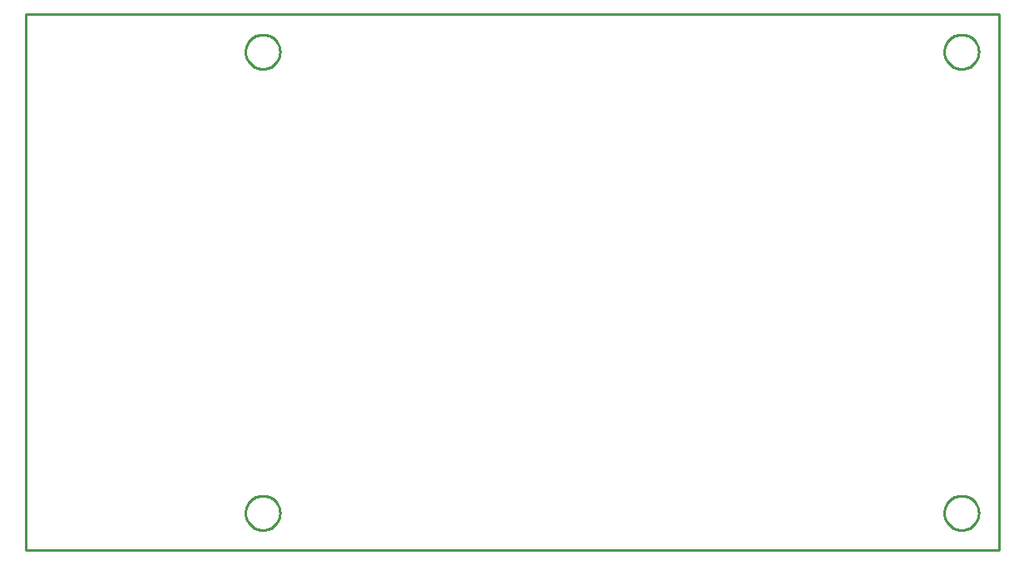
<source format=gko>
G04 EAGLE Gerber RS-274X export*
G75*
%MOMM*%
%FSLAX34Y34*%
%LPD*%
%INBoard Outline*%
%IPPOS*%
%AMOC8*
5,1,8,0,0,1.08239X$1,22.5*%
G01*
%ADD10C,0.152400*%
%ADD11C,0.000000*%
%ADD12C,0.254000*%


D10*
X0Y444500D02*
X0Y990600D01*
X990600Y990600D01*
X990600Y444500D01*
X0Y444500D01*
D11*
X223800Y952500D02*
X223805Y952929D01*
X223821Y953359D01*
X223847Y953787D01*
X223884Y954215D01*
X223932Y954642D01*
X223989Y955068D01*
X224058Y955492D01*
X224136Y955914D01*
X224225Y956334D01*
X224324Y956752D01*
X224434Y957167D01*
X224554Y957580D01*
X224683Y957989D01*
X224823Y958396D01*
X224973Y958798D01*
X225132Y959197D01*
X225301Y959592D01*
X225480Y959982D01*
X225669Y960368D01*
X225866Y960749D01*
X226073Y961126D01*
X226290Y961497D01*
X226515Y961862D01*
X226749Y962222D01*
X226992Y962577D01*
X227244Y962925D01*
X227504Y963267D01*
X227772Y963602D01*
X228049Y963931D01*
X228333Y964252D01*
X228626Y964567D01*
X228926Y964874D01*
X229233Y965174D01*
X229548Y965467D01*
X229869Y965751D01*
X230198Y966028D01*
X230533Y966296D01*
X230875Y966556D01*
X231223Y966808D01*
X231578Y967051D01*
X231938Y967285D01*
X232303Y967510D01*
X232674Y967727D01*
X233051Y967934D01*
X233432Y968131D01*
X233818Y968320D01*
X234208Y968499D01*
X234603Y968668D01*
X235002Y968827D01*
X235404Y968977D01*
X235811Y969117D01*
X236220Y969246D01*
X236633Y969366D01*
X237048Y969476D01*
X237466Y969575D01*
X237886Y969664D01*
X238308Y969742D01*
X238732Y969811D01*
X239158Y969868D01*
X239585Y969916D01*
X240013Y969953D01*
X240441Y969979D01*
X240871Y969995D01*
X241300Y970000D01*
X241729Y969995D01*
X242159Y969979D01*
X242587Y969953D01*
X243015Y969916D01*
X243442Y969868D01*
X243868Y969811D01*
X244292Y969742D01*
X244714Y969664D01*
X245134Y969575D01*
X245552Y969476D01*
X245967Y969366D01*
X246380Y969246D01*
X246789Y969117D01*
X247196Y968977D01*
X247598Y968827D01*
X247997Y968668D01*
X248392Y968499D01*
X248782Y968320D01*
X249168Y968131D01*
X249549Y967934D01*
X249926Y967727D01*
X250297Y967510D01*
X250662Y967285D01*
X251022Y967051D01*
X251377Y966808D01*
X251725Y966556D01*
X252067Y966296D01*
X252402Y966028D01*
X252731Y965751D01*
X253052Y965467D01*
X253367Y965174D01*
X253674Y964874D01*
X253974Y964567D01*
X254267Y964252D01*
X254551Y963931D01*
X254828Y963602D01*
X255096Y963267D01*
X255356Y962925D01*
X255608Y962577D01*
X255851Y962222D01*
X256085Y961862D01*
X256310Y961497D01*
X256527Y961126D01*
X256734Y960749D01*
X256931Y960368D01*
X257120Y959982D01*
X257299Y959592D01*
X257468Y959197D01*
X257627Y958798D01*
X257777Y958396D01*
X257917Y957989D01*
X258046Y957580D01*
X258166Y957167D01*
X258276Y956752D01*
X258375Y956334D01*
X258464Y955914D01*
X258542Y955492D01*
X258611Y955068D01*
X258668Y954642D01*
X258716Y954215D01*
X258753Y953787D01*
X258779Y953359D01*
X258795Y952929D01*
X258800Y952500D01*
X258795Y952071D01*
X258779Y951641D01*
X258753Y951213D01*
X258716Y950785D01*
X258668Y950358D01*
X258611Y949932D01*
X258542Y949508D01*
X258464Y949086D01*
X258375Y948666D01*
X258276Y948248D01*
X258166Y947833D01*
X258046Y947420D01*
X257917Y947011D01*
X257777Y946604D01*
X257627Y946202D01*
X257468Y945803D01*
X257299Y945408D01*
X257120Y945018D01*
X256931Y944632D01*
X256734Y944251D01*
X256527Y943874D01*
X256310Y943503D01*
X256085Y943138D01*
X255851Y942778D01*
X255608Y942423D01*
X255356Y942075D01*
X255096Y941733D01*
X254828Y941398D01*
X254551Y941069D01*
X254267Y940748D01*
X253974Y940433D01*
X253674Y940126D01*
X253367Y939826D01*
X253052Y939533D01*
X252731Y939249D01*
X252402Y938972D01*
X252067Y938704D01*
X251725Y938444D01*
X251377Y938192D01*
X251022Y937949D01*
X250662Y937715D01*
X250297Y937490D01*
X249926Y937273D01*
X249549Y937066D01*
X249168Y936869D01*
X248782Y936680D01*
X248392Y936501D01*
X247997Y936332D01*
X247598Y936173D01*
X247196Y936023D01*
X246789Y935883D01*
X246380Y935754D01*
X245967Y935634D01*
X245552Y935524D01*
X245134Y935425D01*
X244714Y935336D01*
X244292Y935258D01*
X243868Y935189D01*
X243442Y935132D01*
X243015Y935084D01*
X242587Y935047D01*
X242159Y935021D01*
X241729Y935005D01*
X241300Y935000D01*
X240871Y935005D01*
X240441Y935021D01*
X240013Y935047D01*
X239585Y935084D01*
X239158Y935132D01*
X238732Y935189D01*
X238308Y935258D01*
X237886Y935336D01*
X237466Y935425D01*
X237048Y935524D01*
X236633Y935634D01*
X236220Y935754D01*
X235811Y935883D01*
X235404Y936023D01*
X235002Y936173D01*
X234603Y936332D01*
X234208Y936501D01*
X233818Y936680D01*
X233432Y936869D01*
X233051Y937066D01*
X232674Y937273D01*
X232303Y937490D01*
X231938Y937715D01*
X231578Y937949D01*
X231223Y938192D01*
X230875Y938444D01*
X230533Y938704D01*
X230198Y938972D01*
X229869Y939249D01*
X229548Y939533D01*
X229233Y939826D01*
X228926Y940126D01*
X228626Y940433D01*
X228333Y940748D01*
X228049Y941069D01*
X227772Y941398D01*
X227504Y941733D01*
X227244Y942075D01*
X226992Y942423D01*
X226749Y942778D01*
X226515Y943138D01*
X226290Y943503D01*
X226073Y943874D01*
X225866Y944251D01*
X225669Y944632D01*
X225480Y945018D01*
X225301Y945408D01*
X225132Y945803D01*
X224973Y946202D01*
X224823Y946604D01*
X224683Y947011D01*
X224554Y947420D01*
X224434Y947833D01*
X224324Y948248D01*
X224225Y948666D01*
X224136Y949086D01*
X224058Y949508D01*
X223989Y949932D01*
X223932Y950358D01*
X223884Y950785D01*
X223847Y951213D01*
X223821Y951641D01*
X223805Y952071D01*
X223800Y952500D01*
X223800Y482600D02*
X223805Y483029D01*
X223821Y483459D01*
X223847Y483887D01*
X223884Y484315D01*
X223932Y484742D01*
X223989Y485168D01*
X224058Y485592D01*
X224136Y486014D01*
X224225Y486434D01*
X224324Y486852D01*
X224434Y487267D01*
X224554Y487680D01*
X224683Y488089D01*
X224823Y488496D01*
X224973Y488898D01*
X225132Y489297D01*
X225301Y489692D01*
X225480Y490082D01*
X225669Y490468D01*
X225866Y490849D01*
X226073Y491226D01*
X226290Y491597D01*
X226515Y491962D01*
X226749Y492322D01*
X226992Y492677D01*
X227244Y493025D01*
X227504Y493367D01*
X227772Y493702D01*
X228049Y494031D01*
X228333Y494352D01*
X228626Y494667D01*
X228926Y494974D01*
X229233Y495274D01*
X229548Y495567D01*
X229869Y495851D01*
X230198Y496128D01*
X230533Y496396D01*
X230875Y496656D01*
X231223Y496908D01*
X231578Y497151D01*
X231938Y497385D01*
X232303Y497610D01*
X232674Y497827D01*
X233051Y498034D01*
X233432Y498231D01*
X233818Y498420D01*
X234208Y498599D01*
X234603Y498768D01*
X235002Y498927D01*
X235404Y499077D01*
X235811Y499217D01*
X236220Y499346D01*
X236633Y499466D01*
X237048Y499576D01*
X237466Y499675D01*
X237886Y499764D01*
X238308Y499842D01*
X238732Y499911D01*
X239158Y499968D01*
X239585Y500016D01*
X240013Y500053D01*
X240441Y500079D01*
X240871Y500095D01*
X241300Y500100D01*
X241729Y500095D01*
X242159Y500079D01*
X242587Y500053D01*
X243015Y500016D01*
X243442Y499968D01*
X243868Y499911D01*
X244292Y499842D01*
X244714Y499764D01*
X245134Y499675D01*
X245552Y499576D01*
X245967Y499466D01*
X246380Y499346D01*
X246789Y499217D01*
X247196Y499077D01*
X247598Y498927D01*
X247997Y498768D01*
X248392Y498599D01*
X248782Y498420D01*
X249168Y498231D01*
X249549Y498034D01*
X249926Y497827D01*
X250297Y497610D01*
X250662Y497385D01*
X251022Y497151D01*
X251377Y496908D01*
X251725Y496656D01*
X252067Y496396D01*
X252402Y496128D01*
X252731Y495851D01*
X253052Y495567D01*
X253367Y495274D01*
X253674Y494974D01*
X253974Y494667D01*
X254267Y494352D01*
X254551Y494031D01*
X254828Y493702D01*
X255096Y493367D01*
X255356Y493025D01*
X255608Y492677D01*
X255851Y492322D01*
X256085Y491962D01*
X256310Y491597D01*
X256527Y491226D01*
X256734Y490849D01*
X256931Y490468D01*
X257120Y490082D01*
X257299Y489692D01*
X257468Y489297D01*
X257627Y488898D01*
X257777Y488496D01*
X257917Y488089D01*
X258046Y487680D01*
X258166Y487267D01*
X258276Y486852D01*
X258375Y486434D01*
X258464Y486014D01*
X258542Y485592D01*
X258611Y485168D01*
X258668Y484742D01*
X258716Y484315D01*
X258753Y483887D01*
X258779Y483459D01*
X258795Y483029D01*
X258800Y482600D01*
X258795Y482171D01*
X258779Y481741D01*
X258753Y481313D01*
X258716Y480885D01*
X258668Y480458D01*
X258611Y480032D01*
X258542Y479608D01*
X258464Y479186D01*
X258375Y478766D01*
X258276Y478348D01*
X258166Y477933D01*
X258046Y477520D01*
X257917Y477111D01*
X257777Y476704D01*
X257627Y476302D01*
X257468Y475903D01*
X257299Y475508D01*
X257120Y475118D01*
X256931Y474732D01*
X256734Y474351D01*
X256527Y473974D01*
X256310Y473603D01*
X256085Y473238D01*
X255851Y472878D01*
X255608Y472523D01*
X255356Y472175D01*
X255096Y471833D01*
X254828Y471498D01*
X254551Y471169D01*
X254267Y470848D01*
X253974Y470533D01*
X253674Y470226D01*
X253367Y469926D01*
X253052Y469633D01*
X252731Y469349D01*
X252402Y469072D01*
X252067Y468804D01*
X251725Y468544D01*
X251377Y468292D01*
X251022Y468049D01*
X250662Y467815D01*
X250297Y467590D01*
X249926Y467373D01*
X249549Y467166D01*
X249168Y466969D01*
X248782Y466780D01*
X248392Y466601D01*
X247997Y466432D01*
X247598Y466273D01*
X247196Y466123D01*
X246789Y465983D01*
X246380Y465854D01*
X245967Y465734D01*
X245552Y465624D01*
X245134Y465525D01*
X244714Y465436D01*
X244292Y465358D01*
X243868Y465289D01*
X243442Y465232D01*
X243015Y465184D01*
X242587Y465147D01*
X242159Y465121D01*
X241729Y465105D01*
X241300Y465100D01*
X240871Y465105D01*
X240441Y465121D01*
X240013Y465147D01*
X239585Y465184D01*
X239158Y465232D01*
X238732Y465289D01*
X238308Y465358D01*
X237886Y465436D01*
X237466Y465525D01*
X237048Y465624D01*
X236633Y465734D01*
X236220Y465854D01*
X235811Y465983D01*
X235404Y466123D01*
X235002Y466273D01*
X234603Y466432D01*
X234208Y466601D01*
X233818Y466780D01*
X233432Y466969D01*
X233051Y467166D01*
X232674Y467373D01*
X232303Y467590D01*
X231938Y467815D01*
X231578Y468049D01*
X231223Y468292D01*
X230875Y468544D01*
X230533Y468804D01*
X230198Y469072D01*
X229869Y469349D01*
X229548Y469633D01*
X229233Y469926D01*
X228926Y470226D01*
X228626Y470533D01*
X228333Y470848D01*
X228049Y471169D01*
X227772Y471498D01*
X227504Y471833D01*
X227244Y472175D01*
X226992Y472523D01*
X226749Y472878D01*
X226515Y473238D01*
X226290Y473603D01*
X226073Y473974D01*
X225866Y474351D01*
X225669Y474732D01*
X225480Y475118D01*
X225301Y475508D01*
X225132Y475903D01*
X224973Y476302D01*
X224823Y476704D01*
X224683Y477111D01*
X224554Y477520D01*
X224434Y477933D01*
X224324Y478348D01*
X224225Y478766D01*
X224136Y479186D01*
X224058Y479608D01*
X223989Y480032D01*
X223932Y480458D01*
X223884Y480885D01*
X223847Y481313D01*
X223821Y481741D01*
X223805Y482171D01*
X223800Y482600D01*
X935000Y482600D02*
X935005Y483029D01*
X935021Y483459D01*
X935047Y483887D01*
X935084Y484315D01*
X935132Y484742D01*
X935189Y485168D01*
X935258Y485592D01*
X935336Y486014D01*
X935425Y486434D01*
X935524Y486852D01*
X935634Y487267D01*
X935754Y487680D01*
X935883Y488089D01*
X936023Y488496D01*
X936173Y488898D01*
X936332Y489297D01*
X936501Y489692D01*
X936680Y490082D01*
X936869Y490468D01*
X937066Y490849D01*
X937273Y491226D01*
X937490Y491597D01*
X937715Y491962D01*
X937949Y492322D01*
X938192Y492677D01*
X938444Y493025D01*
X938704Y493367D01*
X938972Y493702D01*
X939249Y494031D01*
X939533Y494352D01*
X939826Y494667D01*
X940126Y494974D01*
X940433Y495274D01*
X940748Y495567D01*
X941069Y495851D01*
X941398Y496128D01*
X941733Y496396D01*
X942075Y496656D01*
X942423Y496908D01*
X942778Y497151D01*
X943138Y497385D01*
X943503Y497610D01*
X943874Y497827D01*
X944251Y498034D01*
X944632Y498231D01*
X945018Y498420D01*
X945408Y498599D01*
X945803Y498768D01*
X946202Y498927D01*
X946604Y499077D01*
X947011Y499217D01*
X947420Y499346D01*
X947833Y499466D01*
X948248Y499576D01*
X948666Y499675D01*
X949086Y499764D01*
X949508Y499842D01*
X949932Y499911D01*
X950358Y499968D01*
X950785Y500016D01*
X951213Y500053D01*
X951641Y500079D01*
X952071Y500095D01*
X952500Y500100D01*
X952929Y500095D01*
X953359Y500079D01*
X953787Y500053D01*
X954215Y500016D01*
X954642Y499968D01*
X955068Y499911D01*
X955492Y499842D01*
X955914Y499764D01*
X956334Y499675D01*
X956752Y499576D01*
X957167Y499466D01*
X957580Y499346D01*
X957989Y499217D01*
X958396Y499077D01*
X958798Y498927D01*
X959197Y498768D01*
X959592Y498599D01*
X959982Y498420D01*
X960368Y498231D01*
X960749Y498034D01*
X961126Y497827D01*
X961497Y497610D01*
X961862Y497385D01*
X962222Y497151D01*
X962577Y496908D01*
X962925Y496656D01*
X963267Y496396D01*
X963602Y496128D01*
X963931Y495851D01*
X964252Y495567D01*
X964567Y495274D01*
X964874Y494974D01*
X965174Y494667D01*
X965467Y494352D01*
X965751Y494031D01*
X966028Y493702D01*
X966296Y493367D01*
X966556Y493025D01*
X966808Y492677D01*
X967051Y492322D01*
X967285Y491962D01*
X967510Y491597D01*
X967727Y491226D01*
X967934Y490849D01*
X968131Y490468D01*
X968320Y490082D01*
X968499Y489692D01*
X968668Y489297D01*
X968827Y488898D01*
X968977Y488496D01*
X969117Y488089D01*
X969246Y487680D01*
X969366Y487267D01*
X969476Y486852D01*
X969575Y486434D01*
X969664Y486014D01*
X969742Y485592D01*
X969811Y485168D01*
X969868Y484742D01*
X969916Y484315D01*
X969953Y483887D01*
X969979Y483459D01*
X969995Y483029D01*
X970000Y482600D01*
X969995Y482171D01*
X969979Y481741D01*
X969953Y481313D01*
X969916Y480885D01*
X969868Y480458D01*
X969811Y480032D01*
X969742Y479608D01*
X969664Y479186D01*
X969575Y478766D01*
X969476Y478348D01*
X969366Y477933D01*
X969246Y477520D01*
X969117Y477111D01*
X968977Y476704D01*
X968827Y476302D01*
X968668Y475903D01*
X968499Y475508D01*
X968320Y475118D01*
X968131Y474732D01*
X967934Y474351D01*
X967727Y473974D01*
X967510Y473603D01*
X967285Y473238D01*
X967051Y472878D01*
X966808Y472523D01*
X966556Y472175D01*
X966296Y471833D01*
X966028Y471498D01*
X965751Y471169D01*
X965467Y470848D01*
X965174Y470533D01*
X964874Y470226D01*
X964567Y469926D01*
X964252Y469633D01*
X963931Y469349D01*
X963602Y469072D01*
X963267Y468804D01*
X962925Y468544D01*
X962577Y468292D01*
X962222Y468049D01*
X961862Y467815D01*
X961497Y467590D01*
X961126Y467373D01*
X960749Y467166D01*
X960368Y466969D01*
X959982Y466780D01*
X959592Y466601D01*
X959197Y466432D01*
X958798Y466273D01*
X958396Y466123D01*
X957989Y465983D01*
X957580Y465854D01*
X957167Y465734D01*
X956752Y465624D01*
X956334Y465525D01*
X955914Y465436D01*
X955492Y465358D01*
X955068Y465289D01*
X954642Y465232D01*
X954215Y465184D01*
X953787Y465147D01*
X953359Y465121D01*
X952929Y465105D01*
X952500Y465100D01*
X952071Y465105D01*
X951641Y465121D01*
X951213Y465147D01*
X950785Y465184D01*
X950358Y465232D01*
X949932Y465289D01*
X949508Y465358D01*
X949086Y465436D01*
X948666Y465525D01*
X948248Y465624D01*
X947833Y465734D01*
X947420Y465854D01*
X947011Y465983D01*
X946604Y466123D01*
X946202Y466273D01*
X945803Y466432D01*
X945408Y466601D01*
X945018Y466780D01*
X944632Y466969D01*
X944251Y467166D01*
X943874Y467373D01*
X943503Y467590D01*
X943138Y467815D01*
X942778Y468049D01*
X942423Y468292D01*
X942075Y468544D01*
X941733Y468804D01*
X941398Y469072D01*
X941069Y469349D01*
X940748Y469633D01*
X940433Y469926D01*
X940126Y470226D01*
X939826Y470533D01*
X939533Y470848D01*
X939249Y471169D01*
X938972Y471498D01*
X938704Y471833D01*
X938444Y472175D01*
X938192Y472523D01*
X937949Y472878D01*
X937715Y473238D01*
X937490Y473603D01*
X937273Y473974D01*
X937066Y474351D01*
X936869Y474732D01*
X936680Y475118D01*
X936501Y475508D01*
X936332Y475903D01*
X936173Y476302D01*
X936023Y476704D01*
X935883Y477111D01*
X935754Y477520D01*
X935634Y477933D01*
X935524Y478348D01*
X935425Y478766D01*
X935336Y479186D01*
X935258Y479608D01*
X935189Y480032D01*
X935132Y480458D01*
X935084Y480885D01*
X935047Y481313D01*
X935021Y481741D01*
X935005Y482171D01*
X935000Y482600D01*
X935000Y952500D02*
X935005Y952929D01*
X935021Y953359D01*
X935047Y953787D01*
X935084Y954215D01*
X935132Y954642D01*
X935189Y955068D01*
X935258Y955492D01*
X935336Y955914D01*
X935425Y956334D01*
X935524Y956752D01*
X935634Y957167D01*
X935754Y957580D01*
X935883Y957989D01*
X936023Y958396D01*
X936173Y958798D01*
X936332Y959197D01*
X936501Y959592D01*
X936680Y959982D01*
X936869Y960368D01*
X937066Y960749D01*
X937273Y961126D01*
X937490Y961497D01*
X937715Y961862D01*
X937949Y962222D01*
X938192Y962577D01*
X938444Y962925D01*
X938704Y963267D01*
X938972Y963602D01*
X939249Y963931D01*
X939533Y964252D01*
X939826Y964567D01*
X940126Y964874D01*
X940433Y965174D01*
X940748Y965467D01*
X941069Y965751D01*
X941398Y966028D01*
X941733Y966296D01*
X942075Y966556D01*
X942423Y966808D01*
X942778Y967051D01*
X943138Y967285D01*
X943503Y967510D01*
X943874Y967727D01*
X944251Y967934D01*
X944632Y968131D01*
X945018Y968320D01*
X945408Y968499D01*
X945803Y968668D01*
X946202Y968827D01*
X946604Y968977D01*
X947011Y969117D01*
X947420Y969246D01*
X947833Y969366D01*
X948248Y969476D01*
X948666Y969575D01*
X949086Y969664D01*
X949508Y969742D01*
X949932Y969811D01*
X950358Y969868D01*
X950785Y969916D01*
X951213Y969953D01*
X951641Y969979D01*
X952071Y969995D01*
X952500Y970000D01*
X952929Y969995D01*
X953359Y969979D01*
X953787Y969953D01*
X954215Y969916D01*
X954642Y969868D01*
X955068Y969811D01*
X955492Y969742D01*
X955914Y969664D01*
X956334Y969575D01*
X956752Y969476D01*
X957167Y969366D01*
X957580Y969246D01*
X957989Y969117D01*
X958396Y968977D01*
X958798Y968827D01*
X959197Y968668D01*
X959592Y968499D01*
X959982Y968320D01*
X960368Y968131D01*
X960749Y967934D01*
X961126Y967727D01*
X961497Y967510D01*
X961862Y967285D01*
X962222Y967051D01*
X962577Y966808D01*
X962925Y966556D01*
X963267Y966296D01*
X963602Y966028D01*
X963931Y965751D01*
X964252Y965467D01*
X964567Y965174D01*
X964874Y964874D01*
X965174Y964567D01*
X965467Y964252D01*
X965751Y963931D01*
X966028Y963602D01*
X966296Y963267D01*
X966556Y962925D01*
X966808Y962577D01*
X967051Y962222D01*
X967285Y961862D01*
X967510Y961497D01*
X967727Y961126D01*
X967934Y960749D01*
X968131Y960368D01*
X968320Y959982D01*
X968499Y959592D01*
X968668Y959197D01*
X968827Y958798D01*
X968977Y958396D01*
X969117Y957989D01*
X969246Y957580D01*
X969366Y957167D01*
X969476Y956752D01*
X969575Y956334D01*
X969664Y955914D01*
X969742Y955492D01*
X969811Y955068D01*
X969868Y954642D01*
X969916Y954215D01*
X969953Y953787D01*
X969979Y953359D01*
X969995Y952929D01*
X970000Y952500D01*
X969995Y952071D01*
X969979Y951641D01*
X969953Y951213D01*
X969916Y950785D01*
X969868Y950358D01*
X969811Y949932D01*
X969742Y949508D01*
X969664Y949086D01*
X969575Y948666D01*
X969476Y948248D01*
X969366Y947833D01*
X969246Y947420D01*
X969117Y947011D01*
X968977Y946604D01*
X968827Y946202D01*
X968668Y945803D01*
X968499Y945408D01*
X968320Y945018D01*
X968131Y944632D01*
X967934Y944251D01*
X967727Y943874D01*
X967510Y943503D01*
X967285Y943138D01*
X967051Y942778D01*
X966808Y942423D01*
X966556Y942075D01*
X966296Y941733D01*
X966028Y941398D01*
X965751Y941069D01*
X965467Y940748D01*
X965174Y940433D01*
X964874Y940126D01*
X964567Y939826D01*
X964252Y939533D01*
X963931Y939249D01*
X963602Y938972D01*
X963267Y938704D01*
X962925Y938444D01*
X962577Y938192D01*
X962222Y937949D01*
X961862Y937715D01*
X961497Y937490D01*
X961126Y937273D01*
X960749Y937066D01*
X960368Y936869D01*
X959982Y936680D01*
X959592Y936501D01*
X959197Y936332D01*
X958798Y936173D01*
X958396Y936023D01*
X957989Y935883D01*
X957580Y935754D01*
X957167Y935634D01*
X956752Y935524D01*
X956334Y935425D01*
X955914Y935336D01*
X955492Y935258D01*
X955068Y935189D01*
X954642Y935132D01*
X954215Y935084D01*
X953787Y935047D01*
X953359Y935021D01*
X952929Y935005D01*
X952500Y935000D01*
X952071Y935005D01*
X951641Y935021D01*
X951213Y935047D01*
X950785Y935084D01*
X950358Y935132D01*
X949932Y935189D01*
X949508Y935258D01*
X949086Y935336D01*
X948666Y935425D01*
X948248Y935524D01*
X947833Y935634D01*
X947420Y935754D01*
X947011Y935883D01*
X946604Y936023D01*
X946202Y936173D01*
X945803Y936332D01*
X945408Y936501D01*
X945018Y936680D01*
X944632Y936869D01*
X944251Y937066D01*
X943874Y937273D01*
X943503Y937490D01*
X943138Y937715D01*
X942778Y937949D01*
X942423Y938192D01*
X942075Y938444D01*
X941733Y938704D01*
X941398Y938972D01*
X941069Y939249D01*
X940748Y939533D01*
X940433Y939826D01*
X940126Y940126D01*
X939826Y940433D01*
X939533Y940748D01*
X939249Y941069D01*
X938972Y941398D01*
X938704Y941733D01*
X938444Y942075D01*
X938192Y942423D01*
X937949Y942778D01*
X937715Y943138D01*
X937490Y943503D01*
X937273Y943874D01*
X937066Y944251D01*
X936869Y944632D01*
X936680Y945018D01*
X936501Y945408D01*
X936332Y945803D01*
X936173Y946202D01*
X936023Y946604D01*
X935883Y947011D01*
X935754Y947420D01*
X935634Y947833D01*
X935524Y948248D01*
X935425Y948666D01*
X935336Y949086D01*
X935258Y949508D01*
X935189Y949932D01*
X935132Y950358D01*
X935084Y950785D01*
X935047Y951213D01*
X935021Y951641D01*
X935005Y952071D01*
X935000Y952500D01*
D12*
X0Y444500D02*
X990600Y444500D01*
X990600Y990600D01*
X0Y990600D01*
X0Y444500D01*
X258800Y951927D02*
X258725Y950784D01*
X258576Y949648D01*
X258352Y948524D01*
X258055Y947417D01*
X257687Y946332D01*
X257249Y945274D01*
X256742Y944246D01*
X256169Y943254D01*
X255532Y942301D01*
X254835Y941392D01*
X254079Y940531D01*
X253269Y939721D01*
X252408Y938965D01*
X251499Y938268D01*
X250546Y937631D01*
X249554Y937058D01*
X248526Y936551D01*
X247468Y936113D01*
X246383Y935745D01*
X245276Y935448D01*
X244152Y935225D01*
X243016Y935075D01*
X241873Y935000D01*
X240727Y935000D01*
X239584Y935075D01*
X238448Y935225D01*
X237324Y935448D01*
X236217Y935745D01*
X235132Y936113D01*
X234074Y936551D01*
X233046Y937058D01*
X232054Y937631D01*
X231101Y938268D01*
X230192Y938965D01*
X229331Y939721D01*
X228521Y940531D01*
X227765Y941392D01*
X227068Y942301D01*
X226431Y943254D01*
X225858Y944246D01*
X225351Y945274D01*
X224913Y946332D01*
X224545Y947417D01*
X224248Y948524D01*
X224025Y949648D01*
X223875Y950784D01*
X223800Y951927D01*
X223800Y953073D01*
X223875Y954216D01*
X224025Y955352D01*
X224248Y956476D01*
X224545Y957583D01*
X224913Y958668D01*
X225351Y959726D01*
X225858Y960754D01*
X226431Y961746D01*
X227068Y962699D01*
X227765Y963608D01*
X228521Y964469D01*
X229331Y965279D01*
X230192Y966035D01*
X231101Y966732D01*
X232054Y967369D01*
X233046Y967942D01*
X234074Y968449D01*
X235132Y968887D01*
X236217Y969255D01*
X237324Y969552D01*
X238448Y969776D01*
X239584Y969925D01*
X240727Y970000D01*
X241873Y970000D01*
X243016Y969925D01*
X244152Y969776D01*
X245276Y969552D01*
X246383Y969255D01*
X247468Y968887D01*
X248526Y968449D01*
X249554Y967942D01*
X250546Y967369D01*
X251499Y966732D01*
X252408Y966035D01*
X253269Y965279D01*
X254079Y964469D01*
X254835Y963608D01*
X255532Y962699D01*
X256169Y961746D01*
X256742Y960754D01*
X257249Y959726D01*
X257687Y958668D01*
X258055Y957583D01*
X258352Y956476D01*
X258576Y955352D01*
X258725Y954216D01*
X258800Y953073D01*
X258800Y951927D01*
X258800Y482027D02*
X258725Y480884D01*
X258576Y479748D01*
X258352Y478624D01*
X258055Y477517D01*
X257687Y476432D01*
X257249Y475374D01*
X256742Y474346D01*
X256169Y473354D01*
X255532Y472401D01*
X254835Y471492D01*
X254079Y470631D01*
X253269Y469821D01*
X252408Y469065D01*
X251499Y468368D01*
X250546Y467731D01*
X249554Y467158D01*
X248526Y466651D01*
X247468Y466213D01*
X246383Y465845D01*
X245276Y465548D01*
X244152Y465325D01*
X243016Y465175D01*
X241873Y465100D01*
X240727Y465100D01*
X239584Y465175D01*
X238448Y465325D01*
X237324Y465548D01*
X236217Y465845D01*
X235132Y466213D01*
X234074Y466651D01*
X233046Y467158D01*
X232054Y467731D01*
X231101Y468368D01*
X230192Y469065D01*
X229331Y469821D01*
X228521Y470631D01*
X227765Y471492D01*
X227068Y472401D01*
X226431Y473354D01*
X225858Y474346D01*
X225351Y475374D01*
X224913Y476432D01*
X224545Y477517D01*
X224248Y478624D01*
X224025Y479748D01*
X223875Y480884D01*
X223800Y482027D01*
X223800Y483173D01*
X223875Y484316D01*
X224025Y485452D01*
X224248Y486576D01*
X224545Y487683D01*
X224913Y488768D01*
X225351Y489826D01*
X225858Y490854D01*
X226431Y491846D01*
X227068Y492799D01*
X227765Y493708D01*
X228521Y494569D01*
X229331Y495379D01*
X230192Y496135D01*
X231101Y496832D01*
X232054Y497469D01*
X233046Y498042D01*
X234074Y498549D01*
X235132Y498987D01*
X236217Y499355D01*
X237324Y499652D01*
X238448Y499876D01*
X239584Y500025D01*
X240727Y500100D01*
X241873Y500100D01*
X243016Y500025D01*
X244152Y499876D01*
X245276Y499652D01*
X246383Y499355D01*
X247468Y498987D01*
X248526Y498549D01*
X249554Y498042D01*
X250546Y497469D01*
X251499Y496832D01*
X252408Y496135D01*
X253269Y495379D01*
X254079Y494569D01*
X254835Y493708D01*
X255532Y492799D01*
X256169Y491846D01*
X256742Y490854D01*
X257249Y489826D01*
X257687Y488768D01*
X258055Y487683D01*
X258352Y486576D01*
X258576Y485452D01*
X258725Y484316D01*
X258800Y483173D01*
X258800Y482027D01*
X970000Y482027D02*
X969925Y480884D01*
X969776Y479748D01*
X969552Y478624D01*
X969255Y477517D01*
X968887Y476432D01*
X968449Y475374D01*
X967942Y474346D01*
X967369Y473354D01*
X966732Y472401D01*
X966035Y471492D01*
X965279Y470631D01*
X964469Y469821D01*
X963608Y469065D01*
X962699Y468368D01*
X961746Y467731D01*
X960754Y467158D01*
X959726Y466651D01*
X958668Y466213D01*
X957583Y465845D01*
X956476Y465548D01*
X955352Y465325D01*
X954216Y465175D01*
X953073Y465100D01*
X951927Y465100D01*
X950784Y465175D01*
X949648Y465325D01*
X948524Y465548D01*
X947417Y465845D01*
X946332Y466213D01*
X945274Y466651D01*
X944246Y467158D01*
X943254Y467731D01*
X942301Y468368D01*
X941392Y469065D01*
X940531Y469821D01*
X939721Y470631D01*
X938965Y471492D01*
X938268Y472401D01*
X937631Y473354D01*
X937058Y474346D01*
X936551Y475374D01*
X936113Y476432D01*
X935745Y477517D01*
X935448Y478624D01*
X935225Y479748D01*
X935075Y480884D01*
X935000Y482027D01*
X935000Y483173D01*
X935075Y484316D01*
X935225Y485452D01*
X935448Y486576D01*
X935745Y487683D01*
X936113Y488768D01*
X936551Y489826D01*
X937058Y490854D01*
X937631Y491846D01*
X938268Y492799D01*
X938965Y493708D01*
X939721Y494569D01*
X940531Y495379D01*
X941392Y496135D01*
X942301Y496832D01*
X943254Y497469D01*
X944246Y498042D01*
X945274Y498549D01*
X946332Y498987D01*
X947417Y499355D01*
X948524Y499652D01*
X949648Y499876D01*
X950784Y500025D01*
X951927Y500100D01*
X953073Y500100D01*
X954216Y500025D01*
X955352Y499876D01*
X956476Y499652D01*
X957583Y499355D01*
X958668Y498987D01*
X959726Y498549D01*
X960754Y498042D01*
X961746Y497469D01*
X962699Y496832D01*
X963608Y496135D01*
X964469Y495379D01*
X965279Y494569D01*
X966035Y493708D01*
X966732Y492799D01*
X967369Y491846D01*
X967942Y490854D01*
X968449Y489826D01*
X968887Y488768D01*
X969255Y487683D01*
X969552Y486576D01*
X969776Y485452D01*
X969925Y484316D01*
X970000Y483173D01*
X970000Y482027D01*
X970000Y951927D02*
X969925Y950784D01*
X969776Y949648D01*
X969552Y948524D01*
X969255Y947417D01*
X968887Y946332D01*
X968449Y945274D01*
X967942Y944246D01*
X967369Y943254D01*
X966732Y942301D01*
X966035Y941392D01*
X965279Y940531D01*
X964469Y939721D01*
X963608Y938965D01*
X962699Y938268D01*
X961746Y937631D01*
X960754Y937058D01*
X959726Y936551D01*
X958668Y936113D01*
X957583Y935745D01*
X956476Y935448D01*
X955352Y935225D01*
X954216Y935075D01*
X953073Y935000D01*
X951927Y935000D01*
X950784Y935075D01*
X949648Y935225D01*
X948524Y935448D01*
X947417Y935745D01*
X946332Y936113D01*
X945274Y936551D01*
X944246Y937058D01*
X943254Y937631D01*
X942301Y938268D01*
X941392Y938965D01*
X940531Y939721D01*
X939721Y940531D01*
X938965Y941392D01*
X938268Y942301D01*
X937631Y943254D01*
X937058Y944246D01*
X936551Y945274D01*
X936113Y946332D01*
X935745Y947417D01*
X935448Y948524D01*
X935225Y949648D01*
X935075Y950784D01*
X935000Y951927D01*
X935000Y953073D01*
X935075Y954216D01*
X935225Y955352D01*
X935448Y956476D01*
X935745Y957583D01*
X936113Y958668D01*
X936551Y959726D01*
X937058Y960754D01*
X937631Y961746D01*
X938268Y962699D01*
X938965Y963608D01*
X939721Y964469D01*
X940531Y965279D01*
X941392Y966035D01*
X942301Y966732D01*
X943254Y967369D01*
X944246Y967942D01*
X945274Y968449D01*
X946332Y968887D01*
X947417Y969255D01*
X948524Y969552D01*
X949648Y969776D01*
X950784Y969925D01*
X951927Y970000D01*
X953073Y970000D01*
X954216Y969925D01*
X955352Y969776D01*
X956476Y969552D01*
X957583Y969255D01*
X958668Y968887D01*
X959726Y968449D01*
X960754Y967942D01*
X961746Y967369D01*
X962699Y966732D01*
X963608Y966035D01*
X964469Y965279D01*
X965279Y964469D01*
X966035Y963608D01*
X966732Y962699D01*
X967369Y961746D01*
X967942Y960754D01*
X968449Y959726D01*
X968887Y958668D01*
X969255Y957583D01*
X969552Y956476D01*
X969776Y955352D01*
X969925Y954216D01*
X970000Y953073D01*
X970000Y951927D01*
M02*

</source>
